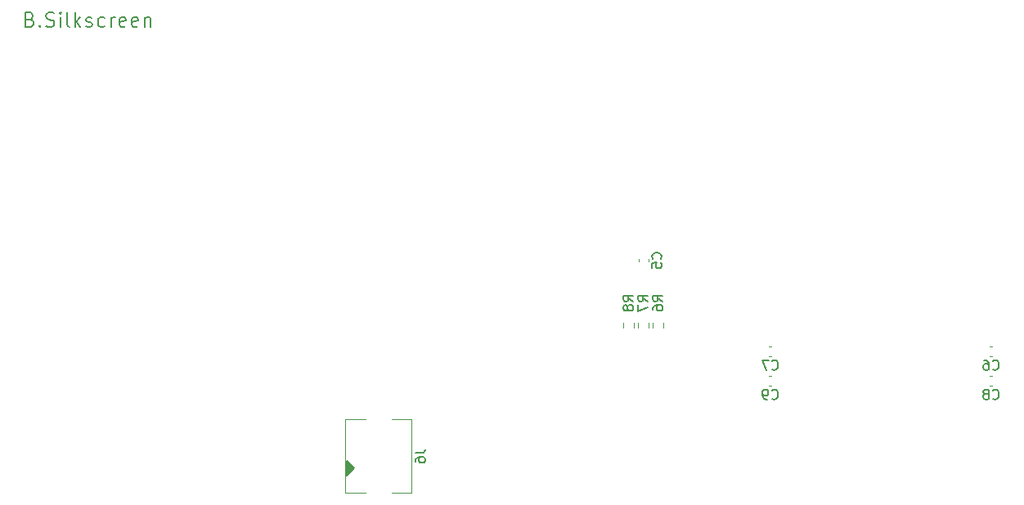
<source format=gbr>
%TF.GenerationSoftware,KiCad,Pcbnew,8.0.3-8.0.3-0~ubuntu22.04.1*%
%TF.CreationDate,2024-07-14T14:24:37-07:00*%
%TF.ProjectId,NX-IndicatorBoard,4e582d49-6e64-4696-9361-746f72426f61,2*%
%TF.SameCoordinates,Original*%
%TF.FileFunction,Legend,Bot*%
%TF.FilePolarity,Positive*%
%FSLAX46Y46*%
G04 Gerber Fmt 4.6, Leading zero omitted, Abs format (unit mm)*
G04 Created by KiCad (PCBNEW 8.0.3-8.0.3-0~ubuntu22.04.1) date 2024-07-14 14:24:37*
%MOMM*%
%LPD*%
G01*
G04 APERTURE LIST*
%ADD10C,0.187500*%
%ADD11C,0.152400*%
%ADD12C,0.120000*%
%ADD13C,0.200000*%
G04 APERTURE END LIST*
D10*
X29377697Y-73315964D02*
X29591983Y-73387392D01*
X29591983Y-73387392D02*
X29663412Y-73458821D01*
X29663412Y-73458821D02*
X29734840Y-73601678D01*
X29734840Y-73601678D02*
X29734840Y-73815964D01*
X29734840Y-73815964D02*
X29663412Y-73958821D01*
X29663412Y-73958821D02*
X29591983Y-74030250D01*
X29591983Y-74030250D02*
X29449126Y-74101678D01*
X29449126Y-74101678D02*
X28877697Y-74101678D01*
X28877697Y-74101678D02*
X28877697Y-72601678D01*
X28877697Y-72601678D02*
X29377697Y-72601678D01*
X29377697Y-72601678D02*
X29520555Y-72673107D01*
X29520555Y-72673107D02*
X29591983Y-72744535D01*
X29591983Y-72744535D02*
X29663412Y-72887392D01*
X29663412Y-72887392D02*
X29663412Y-73030250D01*
X29663412Y-73030250D02*
X29591983Y-73173107D01*
X29591983Y-73173107D02*
X29520555Y-73244535D01*
X29520555Y-73244535D02*
X29377697Y-73315964D01*
X29377697Y-73315964D02*
X28877697Y-73315964D01*
X30377697Y-73958821D02*
X30449126Y-74030250D01*
X30449126Y-74030250D02*
X30377697Y-74101678D01*
X30377697Y-74101678D02*
X30306269Y-74030250D01*
X30306269Y-74030250D02*
X30377697Y-73958821D01*
X30377697Y-73958821D02*
X30377697Y-74101678D01*
X31020555Y-74030250D02*
X31234841Y-74101678D01*
X31234841Y-74101678D02*
X31591983Y-74101678D01*
X31591983Y-74101678D02*
X31734841Y-74030250D01*
X31734841Y-74030250D02*
X31806269Y-73958821D01*
X31806269Y-73958821D02*
X31877698Y-73815964D01*
X31877698Y-73815964D02*
X31877698Y-73673107D01*
X31877698Y-73673107D02*
X31806269Y-73530250D01*
X31806269Y-73530250D02*
X31734841Y-73458821D01*
X31734841Y-73458821D02*
X31591983Y-73387392D01*
X31591983Y-73387392D02*
X31306269Y-73315964D01*
X31306269Y-73315964D02*
X31163412Y-73244535D01*
X31163412Y-73244535D02*
X31091983Y-73173107D01*
X31091983Y-73173107D02*
X31020555Y-73030250D01*
X31020555Y-73030250D02*
X31020555Y-72887392D01*
X31020555Y-72887392D02*
X31091983Y-72744535D01*
X31091983Y-72744535D02*
X31163412Y-72673107D01*
X31163412Y-72673107D02*
X31306269Y-72601678D01*
X31306269Y-72601678D02*
X31663412Y-72601678D01*
X31663412Y-72601678D02*
X31877698Y-72673107D01*
X32520554Y-74101678D02*
X32520554Y-73101678D01*
X32520554Y-72601678D02*
X32449126Y-72673107D01*
X32449126Y-72673107D02*
X32520554Y-72744535D01*
X32520554Y-72744535D02*
X32591983Y-72673107D01*
X32591983Y-72673107D02*
X32520554Y-72601678D01*
X32520554Y-72601678D02*
X32520554Y-72744535D01*
X33449126Y-74101678D02*
X33306269Y-74030250D01*
X33306269Y-74030250D02*
X33234840Y-73887392D01*
X33234840Y-73887392D02*
X33234840Y-72601678D01*
X34020554Y-74101678D02*
X34020554Y-72601678D01*
X34163412Y-73530250D02*
X34591983Y-74101678D01*
X34591983Y-73101678D02*
X34020554Y-73673107D01*
X35163412Y-74030250D02*
X35306269Y-74101678D01*
X35306269Y-74101678D02*
X35591983Y-74101678D01*
X35591983Y-74101678D02*
X35734840Y-74030250D01*
X35734840Y-74030250D02*
X35806269Y-73887392D01*
X35806269Y-73887392D02*
X35806269Y-73815964D01*
X35806269Y-73815964D02*
X35734840Y-73673107D01*
X35734840Y-73673107D02*
X35591983Y-73601678D01*
X35591983Y-73601678D02*
X35377698Y-73601678D01*
X35377698Y-73601678D02*
X35234840Y-73530250D01*
X35234840Y-73530250D02*
X35163412Y-73387392D01*
X35163412Y-73387392D02*
X35163412Y-73315964D01*
X35163412Y-73315964D02*
X35234840Y-73173107D01*
X35234840Y-73173107D02*
X35377698Y-73101678D01*
X35377698Y-73101678D02*
X35591983Y-73101678D01*
X35591983Y-73101678D02*
X35734840Y-73173107D01*
X37091984Y-74030250D02*
X36949126Y-74101678D01*
X36949126Y-74101678D02*
X36663412Y-74101678D01*
X36663412Y-74101678D02*
X36520555Y-74030250D01*
X36520555Y-74030250D02*
X36449126Y-73958821D01*
X36449126Y-73958821D02*
X36377698Y-73815964D01*
X36377698Y-73815964D02*
X36377698Y-73387392D01*
X36377698Y-73387392D02*
X36449126Y-73244535D01*
X36449126Y-73244535D02*
X36520555Y-73173107D01*
X36520555Y-73173107D02*
X36663412Y-73101678D01*
X36663412Y-73101678D02*
X36949126Y-73101678D01*
X36949126Y-73101678D02*
X37091984Y-73173107D01*
X37734840Y-74101678D02*
X37734840Y-73101678D01*
X37734840Y-73387392D02*
X37806269Y-73244535D01*
X37806269Y-73244535D02*
X37877698Y-73173107D01*
X37877698Y-73173107D02*
X38020555Y-73101678D01*
X38020555Y-73101678D02*
X38163412Y-73101678D01*
X39234840Y-74030250D02*
X39091983Y-74101678D01*
X39091983Y-74101678D02*
X38806269Y-74101678D01*
X38806269Y-74101678D02*
X38663411Y-74030250D01*
X38663411Y-74030250D02*
X38591983Y-73887392D01*
X38591983Y-73887392D02*
X38591983Y-73315964D01*
X38591983Y-73315964D02*
X38663411Y-73173107D01*
X38663411Y-73173107D02*
X38806269Y-73101678D01*
X38806269Y-73101678D02*
X39091983Y-73101678D01*
X39091983Y-73101678D02*
X39234840Y-73173107D01*
X39234840Y-73173107D02*
X39306269Y-73315964D01*
X39306269Y-73315964D02*
X39306269Y-73458821D01*
X39306269Y-73458821D02*
X38591983Y-73601678D01*
X40520554Y-74030250D02*
X40377697Y-74101678D01*
X40377697Y-74101678D02*
X40091983Y-74101678D01*
X40091983Y-74101678D02*
X39949125Y-74030250D01*
X39949125Y-74030250D02*
X39877697Y-73887392D01*
X39877697Y-73887392D02*
X39877697Y-73315964D01*
X39877697Y-73315964D02*
X39949125Y-73173107D01*
X39949125Y-73173107D02*
X40091983Y-73101678D01*
X40091983Y-73101678D02*
X40377697Y-73101678D01*
X40377697Y-73101678D02*
X40520554Y-73173107D01*
X40520554Y-73173107D02*
X40591983Y-73315964D01*
X40591983Y-73315964D02*
X40591983Y-73458821D01*
X40591983Y-73458821D02*
X39877697Y-73601678D01*
X41234839Y-73101678D02*
X41234839Y-74101678D01*
X41234839Y-73244535D02*
X41306268Y-73173107D01*
X41306268Y-73173107D02*
X41449125Y-73101678D01*
X41449125Y-73101678D02*
X41663411Y-73101678D01*
X41663411Y-73101678D02*
X41806268Y-73173107D01*
X41806268Y-73173107D02*
X41877697Y-73315964D01*
X41877697Y-73315964D02*
X41877697Y-74101678D01*
D11*
X106163532Y-109542134D02*
X106211913Y-109590515D01*
X106211913Y-109590515D02*
X106357056Y-109638895D01*
X106357056Y-109638895D02*
X106453818Y-109638895D01*
X106453818Y-109638895D02*
X106598961Y-109590515D01*
X106598961Y-109590515D02*
X106695723Y-109493753D01*
X106695723Y-109493753D02*
X106744104Y-109396991D01*
X106744104Y-109396991D02*
X106792485Y-109203467D01*
X106792485Y-109203467D02*
X106792485Y-109058324D01*
X106792485Y-109058324D02*
X106744104Y-108864800D01*
X106744104Y-108864800D02*
X106695723Y-108768038D01*
X106695723Y-108768038D02*
X106598961Y-108671276D01*
X106598961Y-108671276D02*
X106453818Y-108622895D01*
X106453818Y-108622895D02*
X106357056Y-108622895D01*
X106357056Y-108622895D02*
X106211913Y-108671276D01*
X106211913Y-108671276D02*
X106163532Y-108719657D01*
X105824866Y-108622895D02*
X105147532Y-108622895D01*
X105147532Y-108622895D02*
X105582961Y-109638895D01*
X69245295Y-118228533D02*
X69971010Y-118228533D01*
X69971010Y-118228533D02*
X70116153Y-118180152D01*
X70116153Y-118180152D02*
X70212915Y-118083390D01*
X70212915Y-118083390D02*
X70261295Y-117938247D01*
X70261295Y-117938247D02*
X70261295Y-117841485D01*
X69245295Y-119147771D02*
X69245295Y-118954247D01*
X69245295Y-118954247D02*
X69293676Y-118857485D01*
X69293676Y-118857485D02*
X69342057Y-118809104D01*
X69342057Y-118809104D02*
X69487200Y-118712342D01*
X69487200Y-118712342D02*
X69680724Y-118663961D01*
X69680724Y-118663961D02*
X70067772Y-118663961D01*
X70067772Y-118663961D02*
X70164534Y-118712342D01*
X70164534Y-118712342D02*
X70212915Y-118760723D01*
X70212915Y-118760723D02*
X70261295Y-118857485D01*
X70261295Y-118857485D02*
X70261295Y-119051009D01*
X70261295Y-119051009D02*
X70212915Y-119147771D01*
X70212915Y-119147771D02*
X70164534Y-119196152D01*
X70164534Y-119196152D02*
X70067772Y-119244533D01*
X70067772Y-119244533D02*
X69825867Y-119244533D01*
X69825867Y-119244533D02*
X69729105Y-119196152D01*
X69729105Y-119196152D02*
X69680724Y-119147771D01*
X69680724Y-119147771D02*
X69632343Y-119051009D01*
X69632343Y-119051009D02*
X69632343Y-118857485D01*
X69632343Y-118857485D02*
X69680724Y-118760723D01*
X69680724Y-118760723D02*
X69729105Y-118712342D01*
X69729105Y-118712342D02*
X69825867Y-118663961D01*
X91800495Y-102522867D02*
X91316686Y-102184200D01*
X91800495Y-101942295D02*
X90784495Y-101942295D01*
X90784495Y-101942295D02*
X90784495Y-102329343D01*
X90784495Y-102329343D02*
X90832876Y-102426105D01*
X90832876Y-102426105D02*
X90881257Y-102474486D01*
X90881257Y-102474486D02*
X90978019Y-102522867D01*
X90978019Y-102522867D02*
X91123162Y-102522867D01*
X91123162Y-102522867D02*
X91219924Y-102474486D01*
X91219924Y-102474486D02*
X91268305Y-102426105D01*
X91268305Y-102426105D02*
X91316686Y-102329343D01*
X91316686Y-102329343D02*
X91316686Y-101942295D01*
X91219924Y-103103438D02*
X91171543Y-103006676D01*
X91171543Y-103006676D02*
X91123162Y-102958295D01*
X91123162Y-102958295D02*
X91026400Y-102909914D01*
X91026400Y-102909914D02*
X90978019Y-102909914D01*
X90978019Y-102909914D02*
X90881257Y-102958295D01*
X90881257Y-102958295D02*
X90832876Y-103006676D01*
X90832876Y-103006676D02*
X90784495Y-103103438D01*
X90784495Y-103103438D02*
X90784495Y-103296962D01*
X90784495Y-103296962D02*
X90832876Y-103393724D01*
X90832876Y-103393724D02*
X90881257Y-103442105D01*
X90881257Y-103442105D02*
X90978019Y-103490486D01*
X90978019Y-103490486D02*
X91026400Y-103490486D01*
X91026400Y-103490486D02*
X91123162Y-103442105D01*
X91123162Y-103442105D02*
X91171543Y-103393724D01*
X91171543Y-103393724D02*
X91219924Y-103296962D01*
X91219924Y-103296962D02*
X91219924Y-103103438D01*
X91219924Y-103103438D02*
X91268305Y-103006676D01*
X91268305Y-103006676D02*
X91316686Y-102958295D01*
X91316686Y-102958295D02*
X91413448Y-102909914D01*
X91413448Y-102909914D02*
X91606972Y-102909914D01*
X91606972Y-102909914D02*
X91703734Y-102958295D01*
X91703734Y-102958295D02*
X91752115Y-103006676D01*
X91752115Y-103006676D02*
X91800495Y-103103438D01*
X91800495Y-103103438D02*
X91800495Y-103296962D01*
X91800495Y-103296962D02*
X91752115Y-103393724D01*
X91752115Y-103393724D02*
X91703734Y-103442105D01*
X91703734Y-103442105D02*
X91606972Y-103490486D01*
X91606972Y-103490486D02*
X91413448Y-103490486D01*
X91413448Y-103490486D02*
X91316686Y-103442105D01*
X91316686Y-103442105D02*
X91268305Y-103393724D01*
X91268305Y-103393724D02*
X91219924Y-103296962D01*
X129023532Y-109542134D02*
X129071913Y-109590515D01*
X129071913Y-109590515D02*
X129217056Y-109638895D01*
X129217056Y-109638895D02*
X129313818Y-109638895D01*
X129313818Y-109638895D02*
X129458961Y-109590515D01*
X129458961Y-109590515D02*
X129555723Y-109493753D01*
X129555723Y-109493753D02*
X129604104Y-109396991D01*
X129604104Y-109396991D02*
X129652485Y-109203467D01*
X129652485Y-109203467D02*
X129652485Y-109058324D01*
X129652485Y-109058324D02*
X129604104Y-108864800D01*
X129604104Y-108864800D02*
X129555723Y-108768038D01*
X129555723Y-108768038D02*
X129458961Y-108671276D01*
X129458961Y-108671276D02*
X129313818Y-108622895D01*
X129313818Y-108622895D02*
X129217056Y-108622895D01*
X129217056Y-108622895D02*
X129071913Y-108671276D01*
X129071913Y-108671276D02*
X129023532Y-108719657D01*
X128152675Y-108622895D02*
X128346199Y-108622895D01*
X128346199Y-108622895D02*
X128442961Y-108671276D01*
X128442961Y-108671276D02*
X128491342Y-108719657D01*
X128491342Y-108719657D02*
X128588104Y-108864800D01*
X128588104Y-108864800D02*
X128636485Y-109058324D01*
X128636485Y-109058324D02*
X128636485Y-109445372D01*
X128636485Y-109445372D02*
X128588104Y-109542134D01*
X128588104Y-109542134D02*
X128539723Y-109590515D01*
X128539723Y-109590515D02*
X128442961Y-109638895D01*
X128442961Y-109638895D02*
X128249437Y-109638895D01*
X128249437Y-109638895D02*
X128152675Y-109590515D01*
X128152675Y-109590515D02*
X128104294Y-109542134D01*
X128104294Y-109542134D02*
X128055913Y-109445372D01*
X128055913Y-109445372D02*
X128055913Y-109203467D01*
X128055913Y-109203467D02*
X128104294Y-109106705D01*
X128104294Y-109106705D02*
X128152675Y-109058324D01*
X128152675Y-109058324D02*
X128249437Y-109009943D01*
X128249437Y-109009943D02*
X128442961Y-109009943D01*
X128442961Y-109009943D02*
X128539723Y-109058324D01*
X128539723Y-109058324D02*
X128588104Y-109106705D01*
X128588104Y-109106705D02*
X128636485Y-109203467D01*
X106163532Y-112590134D02*
X106211913Y-112638515D01*
X106211913Y-112638515D02*
X106357056Y-112686895D01*
X106357056Y-112686895D02*
X106453818Y-112686895D01*
X106453818Y-112686895D02*
X106598961Y-112638515D01*
X106598961Y-112638515D02*
X106695723Y-112541753D01*
X106695723Y-112541753D02*
X106744104Y-112444991D01*
X106744104Y-112444991D02*
X106792485Y-112251467D01*
X106792485Y-112251467D02*
X106792485Y-112106324D01*
X106792485Y-112106324D02*
X106744104Y-111912800D01*
X106744104Y-111912800D02*
X106695723Y-111816038D01*
X106695723Y-111816038D02*
X106598961Y-111719276D01*
X106598961Y-111719276D02*
X106453818Y-111670895D01*
X106453818Y-111670895D02*
X106357056Y-111670895D01*
X106357056Y-111670895D02*
X106211913Y-111719276D01*
X106211913Y-111719276D02*
X106163532Y-111767657D01*
X105679723Y-112686895D02*
X105486199Y-112686895D01*
X105486199Y-112686895D02*
X105389437Y-112638515D01*
X105389437Y-112638515D02*
X105341056Y-112590134D01*
X105341056Y-112590134D02*
X105244294Y-112444991D01*
X105244294Y-112444991D02*
X105195913Y-112251467D01*
X105195913Y-112251467D02*
X105195913Y-111864419D01*
X105195913Y-111864419D02*
X105244294Y-111767657D01*
X105244294Y-111767657D02*
X105292675Y-111719276D01*
X105292675Y-111719276D02*
X105389437Y-111670895D01*
X105389437Y-111670895D02*
X105582961Y-111670895D01*
X105582961Y-111670895D02*
X105679723Y-111719276D01*
X105679723Y-111719276D02*
X105728104Y-111767657D01*
X105728104Y-111767657D02*
X105776485Y-111864419D01*
X105776485Y-111864419D02*
X105776485Y-112106324D01*
X105776485Y-112106324D02*
X105728104Y-112203086D01*
X105728104Y-112203086D02*
X105679723Y-112251467D01*
X105679723Y-112251467D02*
X105582961Y-112299848D01*
X105582961Y-112299848D02*
X105389437Y-112299848D01*
X105389437Y-112299848D02*
X105292675Y-112251467D01*
X105292675Y-112251467D02*
X105244294Y-112203086D01*
X105244294Y-112203086D02*
X105195913Y-112106324D01*
X94848495Y-102522867D02*
X94364686Y-102184200D01*
X94848495Y-101942295D02*
X93832495Y-101942295D01*
X93832495Y-101942295D02*
X93832495Y-102329343D01*
X93832495Y-102329343D02*
X93880876Y-102426105D01*
X93880876Y-102426105D02*
X93929257Y-102474486D01*
X93929257Y-102474486D02*
X94026019Y-102522867D01*
X94026019Y-102522867D02*
X94171162Y-102522867D01*
X94171162Y-102522867D02*
X94267924Y-102474486D01*
X94267924Y-102474486D02*
X94316305Y-102426105D01*
X94316305Y-102426105D02*
X94364686Y-102329343D01*
X94364686Y-102329343D02*
X94364686Y-101942295D01*
X93832495Y-103393724D02*
X93832495Y-103200200D01*
X93832495Y-103200200D02*
X93880876Y-103103438D01*
X93880876Y-103103438D02*
X93929257Y-103055057D01*
X93929257Y-103055057D02*
X94074400Y-102958295D01*
X94074400Y-102958295D02*
X94267924Y-102909914D01*
X94267924Y-102909914D02*
X94654972Y-102909914D01*
X94654972Y-102909914D02*
X94751734Y-102958295D01*
X94751734Y-102958295D02*
X94800115Y-103006676D01*
X94800115Y-103006676D02*
X94848495Y-103103438D01*
X94848495Y-103103438D02*
X94848495Y-103296962D01*
X94848495Y-103296962D02*
X94800115Y-103393724D01*
X94800115Y-103393724D02*
X94751734Y-103442105D01*
X94751734Y-103442105D02*
X94654972Y-103490486D01*
X94654972Y-103490486D02*
X94413067Y-103490486D01*
X94413067Y-103490486D02*
X94316305Y-103442105D01*
X94316305Y-103442105D02*
X94267924Y-103393724D01*
X94267924Y-103393724D02*
X94219543Y-103296962D01*
X94219543Y-103296962D02*
X94219543Y-103103438D01*
X94219543Y-103103438D02*
X94267924Y-103006676D01*
X94267924Y-103006676D02*
X94316305Y-102958295D01*
X94316305Y-102958295D02*
X94413067Y-102909914D01*
X94657734Y-98128667D02*
X94706115Y-98080286D01*
X94706115Y-98080286D02*
X94754495Y-97935143D01*
X94754495Y-97935143D02*
X94754495Y-97838381D01*
X94754495Y-97838381D02*
X94706115Y-97693238D01*
X94706115Y-97693238D02*
X94609353Y-97596476D01*
X94609353Y-97596476D02*
X94512591Y-97548095D01*
X94512591Y-97548095D02*
X94319067Y-97499714D01*
X94319067Y-97499714D02*
X94173924Y-97499714D01*
X94173924Y-97499714D02*
X93980400Y-97548095D01*
X93980400Y-97548095D02*
X93883638Y-97596476D01*
X93883638Y-97596476D02*
X93786876Y-97693238D01*
X93786876Y-97693238D02*
X93738495Y-97838381D01*
X93738495Y-97838381D02*
X93738495Y-97935143D01*
X93738495Y-97935143D02*
X93786876Y-98080286D01*
X93786876Y-98080286D02*
X93835257Y-98128667D01*
X93738495Y-99047905D02*
X93738495Y-98564095D01*
X93738495Y-98564095D02*
X94222305Y-98515714D01*
X94222305Y-98515714D02*
X94173924Y-98564095D01*
X94173924Y-98564095D02*
X94125543Y-98660857D01*
X94125543Y-98660857D02*
X94125543Y-98902762D01*
X94125543Y-98902762D02*
X94173924Y-98999524D01*
X94173924Y-98999524D02*
X94222305Y-99047905D01*
X94222305Y-99047905D02*
X94319067Y-99096286D01*
X94319067Y-99096286D02*
X94560972Y-99096286D01*
X94560972Y-99096286D02*
X94657734Y-99047905D01*
X94657734Y-99047905D02*
X94706115Y-98999524D01*
X94706115Y-98999524D02*
X94754495Y-98902762D01*
X94754495Y-98902762D02*
X94754495Y-98660857D01*
X94754495Y-98660857D02*
X94706115Y-98564095D01*
X94706115Y-98564095D02*
X94657734Y-98515714D01*
X129023532Y-112590134D02*
X129071913Y-112638515D01*
X129071913Y-112638515D02*
X129217056Y-112686895D01*
X129217056Y-112686895D02*
X129313818Y-112686895D01*
X129313818Y-112686895D02*
X129458961Y-112638515D01*
X129458961Y-112638515D02*
X129555723Y-112541753D01*
X129555723Y-112541753D02*
X129604104Y-112444991D01*
X129604104Y-112444991D02*
X129652485Y-112251467D01*
X129652485Y-112251467D02*
X129652485Y-112106324D01*
X129652485Y-112106324D02*
X129604104Y-111912800D01*
X129604104Y-111912800D02*
X129555723Y-111816038D01*
X129555723Y-111816038D02*
X129458961Y-111719276D01*
X129458961Y-111719276D02*
X129313818Y-111670895D01*
X129313818Y-111670895D02*
X129217056Y-111670895D01*
X129217056Y-111670895D02*
X129071913Y-111719276D01*
X129071913Y-111719276D02*
X129023532Y-111767657D01*
X128442961Y-112106324D02*
X128539723Y-112057943D01*
X128539723Y-112057943D02*
X128588104Y-112009562D01*
X128588104Y-112009562D02*
X128636485Y-111912800D01*
X128636485Y-111912800D02*
X128636485Y-111864419D01*
X128636485Y-111864419D02*
X128588104Y-111767657D01*
X128588104Y-111767657D02*
X128539723Y-111719276D01*
X128539723Y-111719276D02*
X128442961Y-111670895D01*
X128442961Y-111670895D02*
X128249437Y-111670895D01*
X128249437Y-111670895D02*
X128152675Y-111719276D01*
X128152675Y-111719276D02*
X128104294Y-111767657D01*
X128104294Y-111767657D02*
X128055913Y-111864419D01*
X128055913Y-111864419D02*
X128055913Y-111912800D01*
X128055913Y-111912800D02*
X128104294Y-112009562D01*
X128104294Y-112009562D02*
X128152675Y-112057943D01*
X128152675Y-112057943D02*
X128249437Y-112106324D01*
X128249437Y-112106324D02*
X128442961Y-112106324D01*
X128442961Y-112106324D02*
X128539723Y-112154705D01*
X128539723Y-112154705D02*
X128588104Y-112203086D01*
X128588104Y-112203086D02*
X128636485Y-112299848D01*
X128636485Y-112299848D02*
X128636485Y-112493372D01*
X128636485Y-112493372D02*
X128588104Y-112590134D01*
X128588104Y-112590134D02*
X128539723Y-112638515D01*
X128539723Y-112638515D02*
X128442961Y-112686895D01*
X128442961Y-112686895D02*
X128249437Y-112686895D01*
X128249437Y-112686895D02*
X128152675Y-112638515D01*
X128152675Y-112638515D02*
X128104294Y-112590134D01*
X128104294Y-112590134D02*
X128055913Y-112493372D01*
X128055913Y-112493372D02*
X128055913Y-112299848D01*
X128055913Y-112299848D02*
X128104294Y-112203086D01*
X128104294Y-112203086D02*
X128152675Y-112154705D01*
X128152675Y-112154705D02*
X128249437Y-112106324D01*
X93324495Y-102522867D02*
X92840686Y-102184200D01*
X93324495Y-101942295D02*
X92308495Y-101942295D01*
X92308495Y-101942295D02*
X92308495Y-102329343D01*
X92308495Y-102329343D02*
X92356876Y-102426105D01*
X92356876Y-102426105D02*
X92405257Y-102474486D01*
X92405257Y-102474486D02*
X92502019Y-102522867D01*
X92502019Y-102522867D02*
X92647162Y-102522867D01*
X92647162Y-102522867D02*
X92743924Y-102474486D01*
X92743924Y-102474486D02*
X92792305Y-102426105D01*
X92792305Y-102426105D02*
X92840686Y-102329343D01*
X92840686Y-102329343D02*
X92840686Y-101942295D01*
X92308495Y-102861533D02*
X92308495Y-103538867D01*
X92308495Y-103538867D02*
X93324495Y-103103438D01*
D12*
%TO.C,C7*%
X106134780Y-107236800D02*
X105853620Y-107236800D01*
X106134780Y-108256800D02*
X105853620Y-108256800D01*
%TO.C,J6*%
X62026800Y-114706400D02*
X62026800Y-122326400D01*
X62026800Y-122326400D02*
X64107921Y-122326400D01*
X64107921Y-114706400D02*
X62026800Y-114706400D01*
X66803679Y-122326400D02*
X68884800Y-122326400D01*
X68884800Y-114706400D02*
X66803679Y-114706400D01*
X68884800Y-122326400D02*
X68884800Y-114706400D01*
D13*
X62915800Y-119786400D02*
X62153800Y-120548400D01*
X62153800Y-119024400D01*
X62915800Y-119786400D01*
G36*
X62915800Y-119786400D02*
G01*
X62153800Y-120548400D01*
X62153800Y-119024400D01*
X62915800Y-119786400D01*
G37*
D12*
%TO.C,R8*%
X90815900Y-104791742D02*
X90815900Y-105266258D01*
X91860900Y-104791742D02*
X91860900Y-105266258D01*
%TO.C,C6*%
X128994780Y-107236800D02*
X128713620Y-107236800D01*
X128994780Y-108256800D02*
X128713620Y-108256800D01*
%TO.C,C9*%
X106134780Y-110284800D02*
X105853620Y-110284800D01*
X106134780Y-111304800D02*
X105853620Y-111304800D01*
%TO.C,R6*%
X93863900Y-104791742D02*
X93863900Y-105266258D01*
X94908900Y-104791742D02*
X94908900Y-105266258D01*
%TO.C,C5*%
X92352400Y-98157420D02*
X92352400Y-98438580D01*
X93372400Y-98157420D02*
X93372400Y-98438580D01*
%TO.C,C8*%
X128994780Y-110284800D02*
X128713620Y-110284800D01*
X128994780Y-111304800D02*
X128713620Y-111304800D01*
%TO.C,R7*%
X92339900Y-104791742D02*
X92339900Y-105266258D01*
X93384900Y-104791742D02*
X93384900Y-105266258D01*
%TD*%
M02*

</source>
